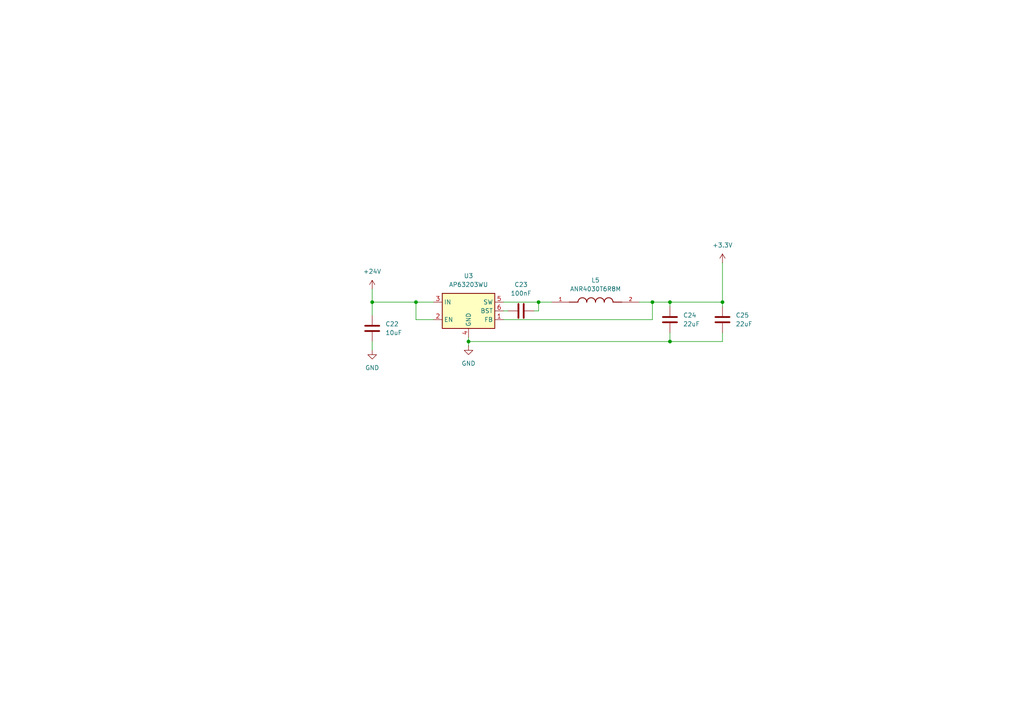
<source format=kicad_sch>
(kicad_sch
	(version 20250114)
	(generator "eeschema")
	(generator_version "9.0")
	(uuid "11ac1136-39fa-444b-98f1-f06ab7d10a44")
	(paper "A4")
	(lib_symbols
		(symbol "NR6028T4R7M:NR6028T4R7M"
			(pin_names
				(offset 1.016)
			)
			(exclude_from_sim no)
			(in_bom yes)
			(on_board yes)
			(property "Reference" "L"
				(at -5.08 2.54 0)
				(effects
					(font
						(size 1.27 1.27)
					)
					(justify left bottom)
				)
			)
			(property "Value" "NR6028T4R7M"
				(at -5.08 -2.54 0)
				(effects
					(font
						(size 1.27 1.27)
					)
					(justify left bottom)
				)
			)
			(property "Footprint" "NR6028T4R7M:IND_NR6028T4R7M"
				(at 0 0 0)
				(effects
					(font
						(size 1.27 1.27)
					)
					(justify bottom)
					(hide yes)
				)
			)
			(property "Datasheet" ""
				(at 0 0 0)
				(effects
					(font
						(size 1.27 1.27)
					)
					(hide yes)
				)
			)
			(property "Description" ""
				(at 0 0 0)
				(effects
					(font
						(size 1.27 1.27)
					)
					(hide yes)
				)
			)
			(property "MF" "Taiyo Yuden"
				(at 0 0 0)
				(effects
					(font
						(size 1.27 1.27)
					)
					(justify bottom)
					(hide yes)
				)
			)
			(property "Description_1" "4.7 µH Semi-Shielded Drum Core, Wirewound Inductor 3 A 40.3mOhm Max Nonstandard"
				(at 0 0 0)
				(effects
					(font
						(size 1.27 1.27)
					)
					(justify bottom)
					(hide yes)
				)
			)
			(property "Package" "Nonstandard Taiyo Yuden"
				(at 0 0 0)
				(effects
					(font
						(size 1.27 1.27)
					)
					(justify bottom)
					(hide yes)
				)
			)
			(property "Price" "None"
				(at 0 0 0)
				(effects
					(font
						(size 1.27 1.27)
					)
					(justify bottom)
					(hide yes)
				)
			)
			(property "Check_prices" "https://www.snapeda.com/parts/NR6028T4R7M/Taiyo+Yuden/view-part/?ref=eda"
				(at 0 0 0)
				(effects
					(font
						(size 1.27 1.27)
					)
					(justify bottom)
					(hide yes)
				)
			)
			(property "STANDARD" "Manufacturer Recommendation"
				(at 0 0 0)
				(effects
					(font
						(size 1.27 1.27)
					)
					(justify bottom)
					(hide yes)
				)
			)
			(property "SnapEDA_Link" "https://www.snapeda.com/parts/NR6028T4R7M/Taiyo+Yuden/view-part/?ref=snap"
				(at 0 0 0)
				(effects
					(font
						(size 1.27 1.27)
					)
					(justify bottom)
					(hide yes)
				)
			)
			(property "MP" "NR6028T4R7M"
				(at 0 0 0)
				(effects
					(font
						(size 1.27 1.27)
					)
					(justify bottom)
					(hide yes)
				)
			)
			(property "Availability" "In Stock"
				(at 0 0 0)
				(effects
					(font
						(size 1.27 1.27)
					)
					(justify bottom)
					(hide yes)
				)
			)
			(property "MANUFACTURER" "Taiyo Yuden"
				(at 0 0 0)
				(effects
					(font
						(size 1.27 1.27)
					)
					(justify bottom)
					(hide yes)
				)
			)
			(symbol "NR6028T4R7M_0_0"
				(polyline
					(pts
						(xy -5.08 0) (xy -7.62 0)
					)
					(stroke
						(width 0.254)
						(type default)
					)
					(fill
						(type none)
					)
				)
				(arc
					(start -5.08 0)
					(mid -3.81 1.2645)
					(end -2.54 0)
					(stroke
						(width 0.254)
						(type default)
					)
					(fill
						(type none)
					)
				)
				(arc
					(start -2.54 0)
					(mid -1.27 1.2645)
					(end 0 0)
					(stroke
						(width 0.254)
						(type default)
					)
					(fill
						(type none)
					)
				)
				(arc
					(start 0 0)
					(mid 1.27 1.2645)
					(end 2.54 0)
					(stroke
						(width 0.254)
						(type default)
					)
					(fill
						(type none)
					)
				)
				(arc
					(start 2.54 0)
					(mid 3.81 1.2645)
					(end 5.08 0)
					(stroke
						(width 0.254)
						(type default)
					)
					(fill
						(type none)
					)
				)
				(polyline
					(pts
						(xy 5.08 0) (xy 7.62 0)
					)
					(stroke
						(width 0.254)
						(type default)
					)
					(fill
						(type none)
					)
				)
				(pin passive line
					(at -12.7 0 0)
					(length 5.08)
					(name "~"
						(effects
							(font
								(size 1.016 1.016)
							)
						)
					)
					(number "1"
						(effects
							(font
								(size 1.016 1.016)
							)
						)
					)
				)
				(pin passive line
					(at 12.7 0 180)
					(length 5.08)
					(name "~"
						(effects
							(font
								(size 1.016 1.016)
							)
						)
					)
					(number "2"
						(effects
							(font
								(size 1.016 1.016)
							)
						)
					)
				)
			)
			(embedded_fonts no)
		)
		(symbol "PCM_Capacitor_AKL:C_0603"
			(pin_numbers
				(hide yes)
			)
			(pin_names
				(offset 0.254)
			)
			(exclude_from_sim no)
			(in_bom yes)
			(on_board yes)
			(property "Reference" "C"
				(at 0.635 2.54 0)
				(effects
					(font
						(size 1.27 1.27)
					)
					(justify left)
				)
			)
			(property "Value" "C_0603"
				(at 0.635 -2.54 0)
				(effects
					(font
						(size 1.27 1.27)
					)
					(justify left)
				)
			)
			(property "Footprint" "PCM_Capacitor_SMD_AKL:C_0603_1608Metric"
				(at 0.9652 -3.81 0)
				(effects
					(font
						(size 1.27 1.27)
					)
					(hide yes)
				)
			)
			(property "Datasheet" "~"
				(at 0 0 0)
				(effects
					(font
						(size 1.27 1.27)
					)
					(hide yes)
				)
			)
			(property "Description" "SMD 0603 MLCC capacitor, Alternate KiCad Library"
				(at 0 0 0)
				(effects
					(font
						(size 1.27 1.27)
					)
					(hide yes)
				)
			)
			(property "ki_keywords" "cap capacitor ceramic chip mlcc smd 0603"
				(at 0 0 0)
				(effects
					(font
						(size 1.27 1.27)
					)
					(hide yes)
				)
			)
			(property "ki_fp_filters" "C_*"
				(at 0 0 0)
				(effects
					(font
						(size 1.27 1.27)
					)
					(hide yes)
				)
			)
			(symbol "C_0603_0_1"
				(polyline
					(pts
						(xy -2.032 0.762) (xy 2.032 0.762)
					)
					(stroke
						(width 0.508)
						(type default)
					)
					(fill
						(type none)
					)
				)
				(polyline
					(pts
						(xy -2.032 -0.762) (xy 2.032 -0.762)
					)
					(stroke
						(width 0.508)
						(type default)
					)
					(fill
						(type none)
					)
				)
			)
			(symbol "C_0603_0_2"
				(polyline
					(pts
						(xy -2.54 -2.54) (xy -0.381 -0.381)
					)
					(stroke
						(width 0)
						(type default)
					)
					(fill
						(type none)
					)
				)
				(polyline
					(pts
						(xy -0.508 -0.508) (xy -1.651 0.635)
					)
					(stroke
						(width 0.508)
						(type default)
					)
					(fill
						(type none)
					)
				)
				(polyline
					(pts
						(xy -0.508 -0.508) (xy 0.635 -1.651)
					)
					(stroke
						(width 0.508)
						(type default)
					)
					(fill
						(type none)
					)
				)
				(polyline
					(pts
						(xy 0.381 0.381) (xy 2.54 2.54)
					)
					(stroke
						(width 0)
						(type default)
					)
					(fill
						(type none)
					)
				)
				(polyline
					(pts
						(xy 0.508 0.508) (xy -0.635 1.651)
					)
					(stroke
						(width 0.508)
						(type default)
					)
					(fill
						(type none)
					)
				)
				(polyline
					(pts
						(xy 0.508 0.508) (xy 1.651 -0.635)
					)
					(stroke
						(width 0.508)
						(type default)
					)
					(fill
						(type none)
					)
				)
			)
			(symbol "C_0603_1_1"
				(pin passive line
					(at 0 3.81 270)
					(length 2.794)
					(name "~"
						(effects
							(font
								(size 1.27 1.27)
							)
						)
					)
					(number "1"
						(effects
							(font
								(size 1.27 1.27)
							)
						)
					)
				)
				(pin passive line
					(at 0 -3.81 90)
					(length 2.794)
					(name "~"
						(effects
							(font
								(size 1.27 1.27)
							)
						)
					)
					(number "2"
						(effects
							(font
								(size 1.27 1.27)
							)
						)
					)
				)
			)
			(symbol "C_0603_1_2"
				(pin passive line
					(at -2.54 -2.54 90)
					(length 0)
					(name "~"
						(effects
							(font
								(size 1.27 1.27)
							)
						)
					)
					(number "2"
						(effects
							(font
								(size 1.27 1.27)
							)
						)
					)
				)
				(pin passive line
					(at 2.54 2.54 270)
					(length 0)
					(name "~"
						(effects
							(font
								(size 1.27 1.27)
							)
						)
					)
					(number "1"
						(effects
							(font
								(size 1.27 1.27)
							)
						)
					)
				)
			)
			(embedded_fonts no)
		)
		(symbol "Regulator_Switching:AP63203WU"
			(exclude_from_sim no)
			(in_bom yes)
			(on_board yes)
			(property "Reference" "U"
				(at -7.62 6.35 0)
				(effects
					(font
						(size 1.27 1.27)
					)
				)
			)
			(property "Value" "AP63203WU"
				(at 2.54 6.35 0)
				(effects
					(font
						(size 1.27 1.27)
					)
				)
			)
			(property "Footprint" "Package_TO_SOT_SMD:TSOT-23-6"
				(at 0 -22.86 0)
				(effects
					(font
						(size 1.27 1.27)
					)
					(hide yes)
				)
			)
			(property "Datasheet" "https://www.diodes.com/assets/Datasheets/AP63200-AP63201-AP63203-AP63205.pdf"
				(at 0 0 0)
				(effects
					(font
						(size 1.27 1.27)
					)
					(hide yes)
				)
			)
			(property "Description" "2A, 1.1MHz Buck DC/DC Converter, fixed 3.3V output voltage, TSOT-23-6"
				(at 0 0 0)
				(effects
					(font
						(size 1.27 1.27)
					)
					(hide yes)
				)
			)
			(property "ki_keywords" "2A Buck DC/DC"
				(at 0 0 0)
				(effects
					(font
						(size 1.27 1.27)
					)
					(hide yes)
				)
			)
			(property "ki_fp_filters" "TSOT?23*"
				(at 0 0 0)
				(effects
					(font
						(size 1.27 1.27)
					)
					(hide yes)
				)
			)
			(symbol "AP63203WU_0_1"
				(rectangle
					(start -7.62 5.08)
					(end 7.62 -5.08)
					(stroke
						(width 0.254)
						(type default)
					)
					(fill
						(type background)
					)
				)
			)
			(symbol "AP63203WU_1_1"
				(pin power_in line
					(at -10.16 2.54 0)
					(length 2.54)
					(name "IN"
						(effects
							(font
								(size 1.27 1.27)
							)
						)
					)
					(number "3"
						(effects
							(font
								(size 1.27 1.27)
							)
						)
					)
				)
				(pin input line
					(at -10.16 -2.54 0)
					(length 2.54)
					(name "EN"
						(effects
							(font
								(size 1.27 1.27)
							)
						)
					)
					(number "2"
						(effects
							(font
								(size 1.27 1.27)
							)
						)
					)
				)
				(pin power_in line
					(at 0 -7.62 90)
					(length 2.54)
					(name "GND"
						(effects
							(font
								(size 1.27 1.27)
							)
						)
					)
					(number "4"
						(effects
							(font
								(size 1.27 1.27)
							)
						)
					)
				)
				(pin output line
					(at 10.16 2.54 180)
					(length 2.54)
					(name "SW"
						(effects
							(font
								(size 1.27 1.27)
							)
						)
					)
					(number "5"
						(effects
							(font
								(size 1.27 1.27)
							)
						)
					)
				)
				(pin passive line
					(at 10.16 0 180)
					(length 2.54)
					(name "BST"
						(effects
							(font
								(size 1.27 1.27)
							)
						)
					)
					(number "6"
						(effects
							(font
								(size 1.27 1.27)
							)
						)
					)
				)
				(pin input line
					(at 10.16 -2.54 180)
					(length 2.54)
					(name "FB"
						(effects
							(font
								(size 1.27 1.27)
							)
						)
					)
					(number "1"
						(effects
							(font
								(size 1.27 1.27)
							)
						)
					)
				)
			)
			(embedded_fonts no)
		)
		(symbol "power:+24V"
			(power)
			(pin_numbers
				(hide yes)
			)
			(pin_names
				(offset 0)
				(hide yes)
			)
			(exclude_from_sim no)
			(in_bom yes)
			(on_board yes)
			(property "Reference" "#PWR"
				(at 0 -3.81 0)
				(effects
					(font
						(size 1.27 1.27)
					)
					(hide yes)
				)
			)
			(property "Value" "+24V"
				(at 0 3.556 0)
				(effects
					(font
						(size 1.27 1.27)
					)
				)
			)
			(property "Footprint" ""
				(at 0 0 0)
				(effects
					(font
						(size 1.27 1.27)
					)
					(hide yes)
				)
			)
			(property "Datasheet" ""
				(at 0 0 0)
				(effects
					(font
						(size 1.27 1.27)
					)
					(hide yes)
				)
			)
			(property "Description" "Power symbol creates a global label with name \"+24V\""
				(at 0 0 0)
				(effects
					(font
						(size 1.27 1.27)
					)
					(hide yes)
				)
			)
			(property "ki_keywords" "global power"
				(at 0 0 0)
				(effects
					(font
						(size 1.27 1.27)
					)
					(hide yes)
				)
			)
			(symbol "+24V_0_1"
				(polyline
					(pts
						(xy -0.762 1.27) (xy 0 2.54)
					)
					(stroke
						(width 0)
						(type default)
					)
					(fill
						(type none)
					)
				)
				(polyline
					(pts
						(xy 0 2.54) (xy 0.762 1.27)
					)
					(stroke
						(width 0)
						(type default)
					)
					(fill
						(type none)
					)
				)
				(polyline
					(pts
						(xy 0 0) (xy 0 2.54)
					)
					(stroke
						(width 0)
						(type default)
					)
					(fill
						(type none)
					)
				)
			)
			(symbol "+24V_1_1"
				(pin power_in line
					(at 0 0 90)
					(length 0)
					(name "~"
						(effects
							(font
								(size 1.27 1.27)
							)
						)
					)
					(number "1"
						(effects
							(font
								(size 1.27 1.27)
							)
						)
					)
				)
			)
			(embedded_fonts no)
		)
		(symbol "power:+3.3V"
			(power)
			(pin_numbers
				(hide yes)
			)
			(pin_names
				(offset 0)
				(hide yes)
			)
			(exclude_from_sim no)
			(in_bom yes)
			(on_board yes)
			(property "Reference" "#PWR"
				(at 0 -3.81 0)
				(effects
					(font
						(size 1.27 1.27)
					)
					(hide yes)
				)
			)
			(property "Value" "+3.3V"
				(at 0 3.556 0)
				(effects
					(font
						(size 1.27 1.27)
					)
				)
			)
			(property "Footprint" ""
				(at 0 0 0)
				(effects
					(font
						(size 1.27 1.27)
					)
					(hide yes)
				)
			)
			(property "Datasheet" ""
				(at 0 0 0)
				(effects
					(font
						(size 1.27 1.27)
					)
					(hide yes)
				)
			)
			(property "Description" "Power symbol creates a global label with name \"+3.3V\""
				(at 0 0 0)
				(effects
					(font
						(size 1.27 1.27)
					)
					(hide yes)
				)
			)
			(property "ki_keywords" "global power"
				(at 0 0 0)
				(effects
					(font
						(size 1.27 1.27)
					)
					(hide yes)
				)
			)
			(symbol "+3.3V_0_1"
				(polyline
					(pts
						(xy -0.762 1.27) (xy 0 2.54)
					)
					(stroke
						(width 0)
						(type default)
					)
					(fill
						(type none)
					)
				)
				(polyline
					(pts
						(xy 0 2.54) (xy 0.762 1.27)
					)
					(stroke
						(width 0)
						(type default)
					)
					(fill
						(type none)
					)
				)
				(polyline
					(pts
						(xy 0 0) (xy 0 2.54)
					)
					(stroke
						(width 0)
						(type default)
					)
					(fill
						(type none)
					)
				)
			)
			(symbol "+3.3V_1_1"
				(pin power_in line
					(at 0 0 90)
					(length 0)
					(name "~"
						(effects
							(font
								(size 1.27 1.27)
							)
						)
					)
					(number "1"
						(effects
							(font
								(size 1.27 1.27)
							)
						)
					)
				)
			)
			(embedded_fonts no)
		)
		(symbol "power:GND"
			(power)
			(pin_numbers
				(hide yes)
			)
			(pin_names
				(offset 0)
				(hide yes)
			)
			(exclude_from_sim no)
			(in_bom yes)
			(on_board yes)
			(property "Reference" "#PWR"
				(at 0 -6.35 0)
				(effects
					(font
						(size 1.27 1.27)
					)
					(hide yes)
				)
			)
			(property "Value" "GND"
				(at 0 -3.81 0)
				(effects
					(font
						(size 1.27 1.27)
					)
				)
			)
			(property "Footprint" ""
				(at 0 0 0)
				(effects
					(font
						(size 1.27 1.27)
					)
					(hide yes)
				)
			)
			(property "Datasheet" ""
				(at 0 0 0)
				(effects
					(font
						(size 1.27 1.27)
					)
					(hide yes)
				)
			)
			(property "Description" "Power symbol creates a global label with name \"GND\" , ground"
				(at 0 0 0)
				(effects
					(font
						(size 1.27 1.27)
					)
					(hide yes)
				)
			)
			(property "ki_keywords" "global power"
				(at 0 0 0)
				(effects
					(font
						(size 1.27 1.27)
					)
					(hide yes)
				)
			)
			(symbol "GND_0_1"
				(polyline
					(pts
						(xy 0 0) (xy 0 -1.27) (xy 1.27 -1.27) (xy 0 -2.54) (xy -1.27 -1.27) (xy 0 -1.27)
					)
					(stroke
						(width 0)
						(type default)
					)
					(fill
						(type none)
					)
				)
			)
			(symbol "GND_1_1"
				(pin power_in line
					(at 0 0 270)
					(length 0)
					(name "~"
						(effects
							(font
								(size 1.27 1.27)
							)
						)
					)
					(number "1"
						(effects
							(font
								(size 1.27 1.27)
							)
						)
					)
				)
			)
			(embedded_fonts no)
		)
	)
	(junction
		(at 156.21 87.63)
		(diameter 0)
		(color 0 0 0 0)
		(uuid "1940a9d4-c9bf-4265-8843-4d2d281f022d")
	)
	(junction
		(at 194.31 87.63)
		(diameter 0)
		(color 0 0 0 0)
		(uuid "25e12684-f465-4ce0-8f4b-d6a1492c585d")
	)
	(junction
		(at 120.65 87.63)
		(diameter 0)
		(color 0 0 0 0)
		(uuid "456cd284-6155-420a-ab21-f9faa776eba0")
	)
	(junction
		(at 194.31 99.06)
		(diameter 0)
		(color 0 0 0 0)
		(uuid "afbae8c8-e95e-4d05-bf8f-5ca79e457ee7")
	)
	(junction
		(at 209.55 87.63)
		(diameter 0)
		(color 0 0 0 0)
		(uuid "c82fbf10-3c0e-45b6-a32f-47daf4f191eb")
	)
	(junction
		(at 135.89 99.06)
		(diameter 0)
		(color 0 0 0 0)
		(uuid "c9e35a96-d346-4b6c-be60-4befae973564")
	)
	(junction
		(at 189.23 87.63)
		(diameter 0)
		(color 0 0 0 0)
		(uuid "dceffcd7-677e-4100-8fb1-5a22dd50223f")
	)
	(junction
		(at 107.95 87.63)
		(diameter 0)
		(color 0 0 0 0)
		(uuid "edd972e9-3566-4a7f-b3c4-496a5b1a983c")
	)
	(wire
		(pts
			(xy 156.21 90.17) (xy 156.21 87.63)
		)
		(stroke
			(width 0)
			(type default)
		)
		(uuid "06814b0b-8574-40ad-9ddd-499e9fa07f93")
	)
	(wire
		(pts
			(xy 209.55 96.52) (xy 209.55 99.06)
		)
		(stroke
			(width 0)
			(type default)
		)
		(uuid "0899108c-03ba-478a-b2f8-c04592e848bd")
	)
	(wire
		(pts
			(xy 194.31 88.9) (xy 194.31 87.63)
		)
		(stroke
			(width 0)
			(type default)
		)
		(uuid "1700a01a-dc8c-433f-927f-32f2e61225a6")
	)
	(wire
		(pts
			(xy 146.05 87.63) (xy 156.21 87.63)
		)
		(stroke
			(width 0)
			(type default)
		)
		(uuid "1c487a9e-7bad-4fec-9ac2-d9f5cb5414a1")
	)
	(wire
		(pts
			(xy 189.23 92.71) (xy 189.23 87.63)
		)
		(stroke
			(width 0)
			(type default)
		)
		(uuid "202ed084-3309-4290-8747-ef769a9ac838")
	)
	(wire
		(pts
			(xy 135.89 97.79) (xy 135.89 99.06)
		)
		(stroke
			(width 0)
			(type default)
		)
		(uuid "2592b6f6-c5eb-4876-89e3-c87bf7760ef3")
	)
	(wire
		(pts
			(xy 125.73 87.63) (xy 120.65 87.63)
		)
		(stroke
			(width 0)
			(type default)
		)
		(uuid "25cccf5d-10f1-4c66-8dc8-6d96d0a1396b")
	)
	(wire
		(pts
			(xy 107.95 87.63) (xy 107.95 91.44)
		)
		(stroke
			(width 0)
			(type default)
		)
		(uuid "382347ee-4b96-44ce-9ff2-a65d403cc798")
	)
	(wire
		(pts
			(xy 209.55 87.63) (xy 194.31 87.63)
		)
		(stroke
			(width 0)
			(type default)
		)
		(uuid "3c6e9c66-f73e-4f41-ac9a-5a699bb78488")
	)
	(wire
		(pts
			(xy 194.31 96.52) (xy 194.31 99.06)
		)
		(stroke
			(width 0)
			(type default)
		)
		(uuid "54925003-9e07-413e-9f5d-809e2b042c5e")
	)
	(wire
		(pts
			(xy 146.05 90.17) (xy 147.32 90.17)
		)
		(stroke
			(width 0)
			(type default)
		)
		(uuid "5aa9f6bc-4cd4-43b4-9cd9-110824ab818f")
	)
	(wire
		(pts
			(xy 154.94 90.17) (xy 156.21 90.17)
		)
		(stroke
			(width 0)
			(type default)
		)
		(uuid "6f3b2370-e4bf-4904-b257-7c87d25f776d")
	)
	(wire
		(pts
			(xy 189.23 87.63) (xy 194.31 87.63)
		)
		(stroke
			(width 0)
			(type default)
		)
		(uuid "8a156d79-cefa-41bd-8630-7b1a8c9c684d")
	)
	(wire
		(pts
			(xy 135.89 99.06) (xy 194.31 99.06)
		)
		(stroke
			(width 0)
			(type default)
		)
		(uuid "8f16a4f2-88b5-4871-ad0b-ee52368970f0")
	)
	(wire
		(pts
			(xy 209.55 99.06) (xy 194.31 99.06)
		)
		(stroke
			(width 0)
			(type default)
		)
		(uuid "9b383b17-fa33-4bb7-94da-d9842a76060d")
	)
	(wire
		(pts
			(xy 209.55 88.9) (xy 209.55 87.63)
		)
		(stroke
			(width 0)
			(type default)
		)
		(uuid "9c126514-4870-4435-8538-8700b8d0374e")
	)
	(wire
		(pts
			(xy 120.65 87.63) (xy 107.95 87.63)
		)
		(stroke
			(width 0)
			(type default)
		)
		(uuid "b2701119-d511-490e-bb96-3cc5b879e732")
	)
	(wire
		(pts
			(xy 209.55 76.2) (xy 209.55 87.63)
		)
		(stroke
			(width 0)
			(type default)
		)
		(uuid "b993ad12-74ea-470c-bd0c-851b51052627")
	)
	(wire
		(pts
			(xy 107.95 99.06) (xy 107.95 101.6)
		)
		(stroke
			(width 0)
			(type default)
		)
		(uuid "baf21e2f-aeec-4c37-a6fb-e0d0a9fdda88")
	)
	(wire
		(pts
			(xy 120.65 92.71) (xy 120.65 87.63)
		)
		(stroke
			(width 0)
			(type default)
		)
		(uuid "c40b8898-4ab5-46af-958a-efb32f16028e")
	)
	(wire
		(pts
			(xy 185.42 87.63) (xy 189.23 87.63)
		)
		(stroke
			(width 0)
			(type default)
		)
		(uuid "c66125f6-d177-462d-b831-bb17eccfdcfb")
	)
	(wire
		(pts
			(xy 156.21 87.63) (xy 160.02 87.63)
		)
		(stroke
			(width 0)
			(type default)
		)
		(uuid "d060cdf1-dab0-4f65-ac9b-89bbe192a1fd")
	)
	(wire
		(pts
			(xy 125.73 92.71) (xy 120.65 92.71)
		)
		(stroke
			(width 0)
			(type default)
		)
		(uuid "d69d3912-cc6e-4f2a-9d4f-6e6abc4c0477")
	)
	(wire
		(pts
			(xy 135.89 99.06) (xy 135.89 100.33)
		)
		(stroke
			(width 0)
			(type default)
		)
		(uuid "d8e49b2e-e5f5-45da-9ab2-3fcc3bb7c8c4")
	)
	(wire
		(pts
			(xy 107.95 83.82) (xy 107.95 87.63)
		)
		(stroke
			(width 0)
			(type default)
		)
		(uuid "e0ffe1a6-6783-4dbc-81e8-2c0d4340a051")
	)
	(wire
		(pts
			(xy 146.05 92.71) (xy 189.23 92.71)
		)
		(stroke
			(width 0)
			(type default)
		)
		(uuid "edddab09-2800-4003-9bbb-5950baa17ca5")
	)
	(symbol
		(lib_id "power:GND")
		(at 135.89 100.33 0)
		(unit 1)
		(exclude_from_sim no)
		(in_bom yes)
		(on_board yes)
		(dnp no)
		(fields_autoplaced yes)
		(uuid "089cebc4-564c-4e78-8c72-a5d757a8fde7")
		(property "Reference" "#PWR039"
			(at 135.89 106.68 0)
			(effects
				(font
					(size 1.27 1.27)
				)
				(hide yes)
			)
		)
		(property "Value" "GND"
			(at 135.89 105.41 0)
			(effects
				(font
					(size 1.27 1.27)
				)
			)
		)
		(property "Footprint" ""
			(at 135.89 100.33 0)
			(effects
				(font
					(size 1.27 1.27)
				)
				(hide yes)
			)
		)
		(property "Datasheet" ""
			(at 135.89 100.33 0)
			(effects
				(font
					(size 1.27 1.27)
				)
				(hide yes)
			)
		)
		(property "Description" "Power symbol creates a global label with name \"GND\" , ground"
			(at 135.89 100.33 0)
			(effects
				(font
					(size 1.27 1.27)
				)
				(hide yes)
			)
		)
		(pin "1"
			(uuid "4b15f404-fab7-40d8-9bc6-e9135dd3c67a")
		)
		(instances
			(project "PLC Input 24V"
				(path "/20dd9fa8-33e5-4e01-8b4a-8cb5828152c9/ef44eee8-cd41-4527-92e2-6c408c0d0d91/590e6e63-2d62-4ac0-9132-eafaa3d459f8/9324622f-1fbb-45d3-ace2-bdacdd4dbb94"
					(reference "#PWR039")
					(unit 1)
				)
			)
			(project "PLC Input 24V"
				(path "/2ad90e94-f37f-421b-8f47-f0370d29ec03/ec8f53b3-14c1-49de-8d73-be4f1fa19fdb"
					(reference "#PWR039")
					(unit 1)
				)
			)
		)
	)
	(symbol
		(lib_id "PCM_Capacitor_AKL:C_0603")
		(at 209.55 92.71 0)
		(unit 1)
		(exclude_from_sim no)
		(in_bom yes)
		(on_board yes)
		(dnp no)
		(fields_autoplaced yes)
		(uuid "3b3dcecd-f114-4234-b3c2-0777054e3ede")
		(property "Reference" "C25"
			(at 213.36 91.4399 0)
			(effects
				(font
					(size 1.27 1.27)
				)
				(justify left)
			)
		)
		(property "Value" "22uF"
			(at 213.36 93.9799 0)
			(effects
				(font
					(size 1.27 1.27)
				)
				(justify left)
			)
		)
		(property "Footprint" "PCM_Capacitor_SMD_AKL:C_1206_3216Metric"
			(at 210.5152 96.52 0)
			(effects
				(font
					(size 1.27 1.27)
				)
				(hide yes)
			)
		)
		(property "Datasheet" "~"
			(at 209.55 92.71 0)
			(effects
				(font
					(size 1.27 1.27)
				)
				(hide yes)
			)
		)
		(property "Description" "SMD 0603 MLCC capacitor, Alternate KiCad Library"
			(at 209.55 92.71 0)
			(effects
				(font
					(size 1.27 1.27)
				)
				(hide yes)
			)
		)
		(property "Voltaje " "10V"
			(at 209.55 92.71 0)
			(effects
				(font
					(size 1.27 1.27)
				)
				(hide yes)
			)
		)
		(property "LCSC" "C7472972"
			(at 209.55 92.71 0)
			(effects
				(font
					(size 1.27 1.27)
				)
				(hide yes)
			)
		)
		(pin "1"
			(uuid "303ad612-0a0a-4138-8ea1-d1a976c790fa")
		)
		(pin "2"
			(uuid "7389f2f9-bed3-4c63-b83b-95abce275391")
		)
		(instances
			(project "PLC Input 24V"
				(path "/20dd9fa8-33e5-4e01-8b4a-8cb5828152c9/ef44eee8-cd41-4527-92e2-6c408c0d0d91/590e6e63-2d62-4ac0-9132-eafaa3d459f8/9324622f-1fbb-45d3-ace2-bdacdd4dbb94"
					(reference "C25")
					(unit 1)
				)
			)
			(project "PLC Input 24V"
				(path "/2ad90e94-f37f-421b-8f47-f0370d29ec03/ec8f53b3-14c1-49de-8d73-be4f1fa19fdb"
					(reference "C25")
					(unit 1)
				)
			)
		)
	)
	(symbol
		(lib_id "PCM_Capacitor_AKL:C_0603")
		(at 194.31 92.71 0)
		(unit 1)
		(exclude_from_sim no)
		(in_bom yes)
		(on_board yes)
		(dnp no)
		(uuid "3ff61152-cd3e-44ae-bcd0-c2924c7d22b5")
		(property "Reference" "C24"
			(at 198.12 91.4399 0)
			(effects
				(font
					(size 1.27 1.27)
				)
				(justify left)
			)
		)
		(property "Value" "22uF"
			(at 198.12 93.9799 0)
			(effects
				(font
					(size 1.27 1.27)
				)
				(justify left)
			)
		)
		(property "Footprint" "PCM_Capacitor_SMD_AKL:C_1206_3216Metric"
			(at 195.2752 96.52 0)
			(effects
				(font
					(size 1.27 1.27)
				)
				(hide yes)
			)
		)
		(property "Datasheet" "~"
			(at 194.31 92.71 0)
			(effects
				(font
					(size 1.27 1.27)
				)
				(hide yes)
			)
		)
		(property "Description" "SMD 0603 MLCC capacitor, Alternate KiCad Library"
			(at 194.31 92.71 0)
			(effects
				(font
					(size 1.27 1.27)
				)
				(hide yes)
			)
		)
		(property "Field5" ""
			(at 194.31 92.71 0)
			(effects
				(font
					(size 1.27 1.27)
				)
				(hide yes)
			)
		)
		(property "Voltaje" "16V"
			(at 194.31 92.71 0)
			(effects
				(font
					(size 1.27 1.27)
				)
				(hide yes)
			)
		)
		(property "LCSC" "C7472972"
			(at 194.31 92.71 0)
			(effects
				(font
					(size 1.27 1.27)
				)
				(hide yes)
			)
		)
		(pin "1"
			(uuid "e6764878-bb31-4af4-b9ac-9c921038678b")
		)
		(pin "2"
			(uuid "162abbeb-6f72-4c26-9286-6afc956d061f")
		)
		(instances
			(project "PLC Input 24V"
				(path "/20dd9fa8-33e5-4e01-8b4a-8cb5828152c9/ef44eee8-cd41-4527-92e2-6c408c0d0d91/590e6e63-2d62-4ac0-9132-eafaa3d459f8/9324622f-1fbb-45d3-ace2-bdacdd4dbb94"
					(reference "C24")
					(unit 1)
				)
			)
			(project "PLC Input 24V"
				(path "/2ad90e94-f37f-421b-8f47-f0370d29ec03/ec8f53b3-14c1-49de-8d73-be4f1fa19fdb"
					(reference "C24")
					(unit 1)
				)
			)
		)
	)
	(symbol
		(lib_id "NR6028T4R7M:NR6028T4R7M")
		(at 172.72 87.63 0)
		(unit 1)
		(exclude_from_sim no)
		(in_bom yes)
		(on_board yes)
		(dnp no)
		(fields_autoplaced yes)
		(uuid "656a6ba2-44ff-4d3f-93fc-72a6205de4ae")
		(property "Reference" "L5"
			(at 172.72 81.28 0)
			(effects
				(font
					(size 1.27 1.27)
				)
			)
		)
		(property "Value" "ANR4030T6R8M"
			(at 172.72 83.82 0)
			(effects
				(font
					(size 1.27 1.27)
				)
			)
		)
		(property "Footprint" "Inductor_SMD:L_APV_ANR4030"
			(at 172.72 87.63 0)
			(effects
				(font
					(size 1.27 1.27)
				)
				(justify bottom)
				(hide yes)
			)
		)
		(property "Datasheet" ""
			(at 172.72 87.63 0)
			(effects
				(font
					(size 1.27 1.27)
				)
				(hide yes)
			)
		)
		(property "Description" ""
			(at 172.72 87.63 0)
			(effects
				(font
					(size 1.27 1.27)
				)
				(hide yes)
			)
		)
		(property "MF" "Taiyo Yuden"
			(at 172.72 87.63 0)
			(effects
				(font
					(size 1.27 1.27)
				)
				(justify bottom)
				(hide yes)
			)
		)
		(property "Description_1" "4.7 µH Semi-Shielded Drum Core, Wirewound Inductor 3 A 40.3mOhm Max Nonstandard"
			(at 172.72 87.63 0)
			(effects
				(font
					(size 1.27 1.27)
				)
				(justify bottom)
				(hide yes)
			)
		)
		(property "Package" "Nonstandard Taiyo Yuden"
			(at 172.72 87.63 0)
			(effects
				(font
					(size 1.27 1.27)
				)
				(justify bottom)
				(hide yes)
			)
		)
		(property "Price" "None"
			(at 172.72 87.63 0)
			(effects
				(font
					(size 1.27 1.27)
				)
				(justify bottom)
				(hide yes)
			)
		)
		(property "Check_prices" "https://www.snapeda.com/parts/NR6028T4R7M/Taiyo+Yuden/view-part/?ref=eda"
			(at 172.72 87.63 0)
			(effects
				(font
					(size 1.27 1.27)
				)
				(justify bottom)
				(hide yes)
			)
		)
		(property "STANDARD" "Manufacturer Recommendation"
			(at 172.72 87.63 0)
			(effects
				(font
					(size 1.27 1.27)
				)
				(justify bottom)
				(hide yes)
			)
		)
		(property "SnapEDA_Link" "https://www.snapeda.com/parts/NR6028T4R7M/Taiyo+Yuden/view-part/?ref=snap"
			(at 172.72 87.63 0)
			(effects
				(font
					(size 1.27 1.27)
				)
				(justify bottom)
				(hide yes)
			)
		)
		(property "MP" "NR6028T4R7M"
			(at 172.72 87.63 0)
			(effects
				(font
					(size 1.27 1.27)
				)
				(justify bottom)
				(hide yes)
			)
		)
		(property "Availability" "In Stock"
			(at 172.72 87.63 0)
			(effects
				(font
					(size 1.27 1.27)
				)
				(justify bottom)
				(hide yes)
			)
		)
		(property "MANUFACTURER" "Taiyo Yuden"
			(at 172.72 87.63 0)
			(effects
				(font
					(size 1.27 1.27)
				)
				(justify bottom)
				(hide yes)
			)
		)
		(property "LCSC" "C77758"
			(at 172.72 87.63 0)
			(effects
				(font
					(size 1.27 1.27)
				)
				(hide yes)
			)
		)
		(pin "1"
			(uuid "e614d0cc-303b-451e-a0a8-30d448032a46")
		)
		(pin "2"
			(uuid "6d2b20a3-e447-46a9-86cb-d730f0333b28")
		)
		(instances
			(project "PLC Input 24V"
				(path "/20dd9fa8-33e5-4e01-8b4a-8cb5828152c9/ef44eee8-cd41-4527-92e2-6c408c0d0d91/590e6e63-2d62-4ac0-9132-eafaa3d459f8/9324622f-1fbb-45d3-ace2-bdacdd4dbb94"
					(reference "L5")
					(unit 1)
				)
			)
			(project "PLC Input 24V"
				(path "/2ad90e94-f37f-421b-8f47-f0370d29ec03/ec8f53b3-14c1-49de-8d73-be4f1fa19fdb"
					(reference "L5")
					(unit 1)
				)
			)
		)
	)
	(symbol
		(lib_id "PCM_Capacitor_AKL:C_0603")
		(at 151.13 90.17 90)
		(unit 1)
		(exclude_from_sim no)
		(in_bom yes)
		(on_board yes)
		(dnp no)
		(fields_autoplaced yes)
		(uuid "7cc383b1-2b74-4789-8544-d273b8143609")
		(property "Reference" "C23"
			(at 151.13 82.55 90)
			(effects
				(font
					(size 1.27 1.27)
				)
			)
		)
		(property "Value" "100nF"
			(at 151.13 85.09 90)
			(effects
				(font
					(size 1.27 1.27)
				)
			)
		)
		(property "Footprint" "PCM_Capacitor_SMD_AKL:C_0805_2012Metric"
			(at 154.94 89.2048 0)
			(effects
				(font
					(size 1.27 1.27)
				)
				(hide yes)
			)
		)
		(property "Datasheet" "~"
			(at 151.13 90.17 0)
			(effects
				(font
					(size 1.27 1.27)
				)
				(hide yes)
			)
		)
		(property "Description" "SMD 0603 MLCC capacitor, Alternate KiCad Library"
			(at 151.13 90.17 0)
			(effects
				(font
					(size 1.27 1.27)
				)
				(hide yes)
			)
		)
		(property "10V" ""
			(at 151.13 90.17 90)
			(effects
				(font
					(size 1.27 1.27)
				)
				(hide yes)
			)
		)
		(property "LCSC" "C519980"
			(at 151.13 90.17 90)
			(effects
				(font
					(size 1.27 1.27)
				)
				(hide yes)
			)
		)
		(pin "1"
			(uuid "e7e107b5-16e4-490f-9844-96b81f36a667")
		)
		(pin "2"
			(uuid "d3fb6d37-2908-4e3d-b11e-fd802e9f277d")
		)
		(instances
			(project "PLC Input 24V"
				(path "/20dd9fa8-33e5-4e01-8b4a-8cb5828152c9/ef44eee8-cd41-4527-92e2-6c408c0d0d91/590e6e63-2d62-4ac0-9132-eafaa3d459f8/9324622f-1fbb-45d3-ace2-bdacdd4dbb94"
					(reference "C23")
					(unit 1)
				)
			)
			(project "PLC Input 24V"
				(path "/2ad90e94-f37f-421b-8f47-f0370d29ec03/ec8f53b3-14c1-49de-8d73-be4f1fa19fdb"
					(reference "C23")
					(unit 1)
				)
			)
		)
	)
	(symbol
		(lib_id "power:GND")
		(at 107.95 101.6 0)
		(unit 1)
		(exclude_from_sim no)
		(in_bom yes)
		(on_board yes)
		(dnp no)
		(fields_autoplaced yes)
		(uuid "7f5e72d8-b134-4b7f-9684-51ef929a4e98")
		(property "Reference" "#PWR038"
			(at 107.95 107.95 0)
			(effects
				(font
					(size 1.27 1.27)
				)
				(hide yes)
			)
		)
		(property "Value" "GND"
			(at 107.95 106.68 0)
			(effects
				(font
					(size 1.27 1.27)
				)
			)
		)
		(property "Footprint" ""
			(at 107.95 101.6 0)
			(effects
				(font
					(size 1.27 1.27)
				)
				(hide yes)
			)
		)
		(property "Datasheet" ""
			(at 107.95 101.6 0)
			(effects
				(font
					(size 1.27 1.27)
				)
				(hide yes)
			)
		)
		(property "Description" "Power symbol creates a global label with name \"GND\" , ground"
			(at 107.95 101.6 0)
			(effects
				(font
					(size 1.27 1.27)
				)
				(hide yes)
			)
		)
		(pin "1"
			(uuid "825b1cc0-4f50-4698-9d6e-504417b9cf16")
		)
		(instances
			(project "PLC Input 24V"
				(path "/20dd9fa8-33e5-4e01-8b4a-8cb5828152c9/ef44eee8-cd41-4527-92e2-6c408c0d0d91/590e6e63-2d62-4ac0-9132-eafaa3d459f8/9324622f-1fbb-45d3-ace2-bdacdd4dbb94"
					(reference "#PWR038")
					(unit 1)
				)
			)
			(project "PLC Input 24V"
				(path "/2ad90e94-f37f-421b-8f47-f0370d29ec03/ec8f53b3-14c1-49de-8d73-be4f1fa19fdb"
					(reference "#PWR038")
					(unit 1)
				)
			)
		)
	)
	(symbol
		(lib_id "power:+24V")
		(at 107.95 83.82 0)
		(unit 1)
		(exclude_from_sim no)
		(in_bom yes)
		(on_board yes)
		(dnp no)
		(fields_autoplaced yes)
		(uuid "965b0fd0-5003-4220-ad7d-cdb353381622")
		(property "Reference" "#PWR026"
			(at 107.95 87.63 0)
			(effects
				(font
					(size 1.27 1.27)
				)
				(hide yes)
			)
		)
		(property "Value" "+24V"
			(at 107.95 78.74 0)
			(effects
				(font
					(size 1.27 1.27)
				)
			)
		)
		(property "Footprint" ""
			(at 107.95 83.82 0)
			(effects
				(font
					(size 1.27 1.27)
				)
				(hide yes)
			)
		)
		(property "Datasheet" ""
			(at 107.95 83.82 0)
			(effects
				(font
					(size 1.27 1.27)
				)
				(hide yes)
			)
		)
		(property "Description" "Power symbol creates a global label with name \"+24V\""
			(at 107.95 83.82 0)
			(effects
				(font
					(size 1.27 1.27)
				)
				(hide yes)
			)
		)
		(pin "1"
			(uuid "8cf1c299-45e7-4c41-9cd0-c3c6897bc672")
		)
		(instances
			(project "PLC4UNIPCB"
				(path "/20dd9fa8-33e5-4e01-8b4a-8cb5828152c9/ef44eee8-cd41-4527-92e2-6c408c0d0d91/590e6e63-2d62-4ac0-9132-eafaa3d459f8/9324622f-1fbb-45d3-ace2-bdacdd4dbb94"
					(reference "#PWR026")
					(unit 1)
				)
			)
		)
	)
	(symbol
		(lib_id "Regulator_Switching:AP63203WU")
		(at 135.89 90.17 0)
		(unit 1)
		(exclude_from_sim no)
		(in_bom yes)
		(on_board yes)
		(dnp no)
		(fields_autoplaced yes)
		(uuid "a91c3d8d-0077-44aa-83e1-509642055649")
		(property "Reference" "U3"
			(at 135.89 80.01 0)
			(effects
				(font
					(size 1.27 1.27)
				)
			)
		)
		(property "Value" "AP63203WU"
			(at 135.89 82.55 0)
			(effects
				(font
					(size 1.27 1.27)
				)
			)
		)
		(property "Footprint" "Package_TO_SOT_SMD:TSOT-23-6"
			(at 135.89 113.03 0)
			(effects
				(font
					(size 1.27 1.27)
				)
				(hide yes)
			)
		)
		(property "Datasheet" "https://www.diodes.com/assets/Datasheets/AP63200-AP63201-AP63203-AP63205.pdf"
			(at 135.89 90.17 0)
			(effects
				(font
					(size 1.27 1.27)
				)
				(hide yes)
			)
		)
		(property "Description" "2A, 1.1MHz Buck DC/DC Converter, fixed 3.3V output voltage, TSOT-23-6"
			(at 135.89 90.17 0)
			(effects
				(font
					(size 1.27 1.27)
				)
				(hide yes)
			)
		)
		(pin "1"
			(uuid "fd4653b3-ad32-4b82-874d-d2be2b70c66a")
		)
		(pin "2"
			(uuid "bfe4a7b9-a034-42e8-bb80-d445939cf058")
		)
		(pin "4"
			(uuid "5bfabfd0-3d07-4941-ad7b-b0f823d6b6c7")
		)
		(pin "5"
			(uuid "9fcbf20c-0410-443c-81ff-cb53a88c027d")
		)
		(pin "3"
			(uuid "a84e4d97-944d-42fc-a056-098c90e9c03e")
		)
		(pin "6"
			(uuid "0165d8be-2727-48c7-9a32-d03ec693bc45")
		)
		(instances
			(project "PLC Input 24V"
				(path "/20dd9fa8-33e5-4e01-8b4a-8cb5828152c9/ef44eee8-cd41-4527-92e2-6c408c0d0d91/590e6e63-2d62-4ac0-9132-eafaa3d459f8/9324622f-1fbb-45d3-ace2-bdacdd4dbb94"
					(reference "U3")
					(unit 1)
				)
			)
			(project "PLC Input 24V"
				(path "/2ad90e94-f37f-421b-8f47-f0370d29ec03/ec8f53b3-14c1-49de-8d73-be4f1fa19fdb"
					(reference "U3")
					(unit 1)
				)
			)
		)
	)
	(symbol
		(lib_id "power:+3.3V")
		(at 209.55 76.2 0)
		(unit 1)
		(exclude_from_sim no)
		(in_bom yes)
		(on_board yes)
		(dnp no)
		(fields_autoplaced yes)
		(uuid "cb963b4d-836d-461c-8b0e-df01ca901c48")
		(property "Reference" "#PWR021"
			(at 209.55 80.01 0)
			(effects
				(font
					(size 1.27 1.27)
				)
				(hide yes)
			)
		)
		(property "Value" "+3.3V"
			(at 209.55 71.12 0)
			(effects
				(font
					(size 1.27 1.27)
				)
			)
		)
		(property "Footprint" ""
			(at 209.55 76.2 0)
			(effects
				(font
					(size 1.27 1.27)
				)
				(hide yes)
			)
		)
		(property "Datasheet" ""
			(at 209.55 76.2 0)
			(effects
				(font
					(size 1.27 1.27)
				)
				(hide yes)
			)
		)
		(property "Description" "Power symbol creates a global label with name \"+3.3V\""
			(at 209.55 76.2 0)
			(effects
				(font
					(size 1.27 1.27)
				)
				(hide yes)
			)
		)
		(pin "1"
			(uuid "233e5df8-777d-4156-8981-de74bf4b8ecf")
		)
		(instances
			(project ""
				(path "/20dd9fa8-33e5-4e01-8b4a-8cb5828152c9/ef44eee8-cd41-4527-92e2-6c408c0d0d91/590e6e63-2d62-4ac0-9132-eafaa3d459f8/9324622f-1fbb-45d3-ace2-bdacdd4dbb94"
					(reference "#PWR021")
					(unit 1)
				)
			)
		)
	)
	(symbol
		(lib_id "PCM_Capacitor_AKL:C_0603")
		(at 107.95 95.25 0)
		(unit 1)
		(exclude_from_sim no)
		(in_bom yes)
		(on_board yes)
		(dnp no)
		(fields_autoplaced yes)
		(uuid "cd8877c3-cbdd-4e00-baca-d1821a6516d2")
		(property "Reference" "C22"
			(at 111.76 93.9799 0)
			(effects
				(font
					(size 1.27 1.27)
				)
				(justify left)
			)
		)
		(property "Value" "10uF"
			(at 111.76 96.5199 0)
			(effects
				(font
					(size 1.27 1.27)
				)
				(justify left)
			)
		)
		(property "Footprint" "PCM_Capacitor_SMD_AKL:C_1206_3216Metric"
			(at 108.9152 99.06 0)
			(effects
				(font
					(size 1.27 1.27)
				)
				(hide yes)
			)
		)
		(property "Datasheet" "~"
			(at 107.95 95.25 0)
			(effects
				(font
					(size 1.27 1.27)
				)
				(hide yes)
			)
		)
		(property "Description" "SMD 0603 MLCC capacitor, Alternate KiCad Library"
			(at 107.95 95.25 0)
			(effects
				(font
					(size 1.27 1.27)
				)
				(hide yes)
			)
		)
		(property "LCSC" "C89632"
			(at 107.95 95.25 0)
			(effects
				(font
					(size 1.27 1.27)
				)
				(hide yes)
			)
		)
		(pin "1"
			(uuid "6722291e-00dc-4df2-9ebc-61a924e7f34f")
		)
		(pin "2"
			(uuid "dd058243-f0d1-441f-8c17-b667cd2dffbd")
		)
		(instances
			(project "PLC Input 24V"
				(path "/20dd9fa8-33e5-4e01-8b4a-8cb5828152c9/ef44eee8-cd41-4527-92e2-6c408c0d0d91/590e6e63-2d62-4ac0-9132-eafaa3d459f8/9324622f-1fbb-45d3-ace2-bdacdd4dbb94"
					(reference "C22")
					(unit 1)
				)
			)
			(project "PLC Input 24V"
				(path "/2ad90e94-f37f-421b-8f47-f0370d29ec03/ec8f53b3-14c1-49de-8d73-be4f1fa19fdb"
					(reference "C22")
					(unit 1)
				)
			)
		)
	)
)

</source>
